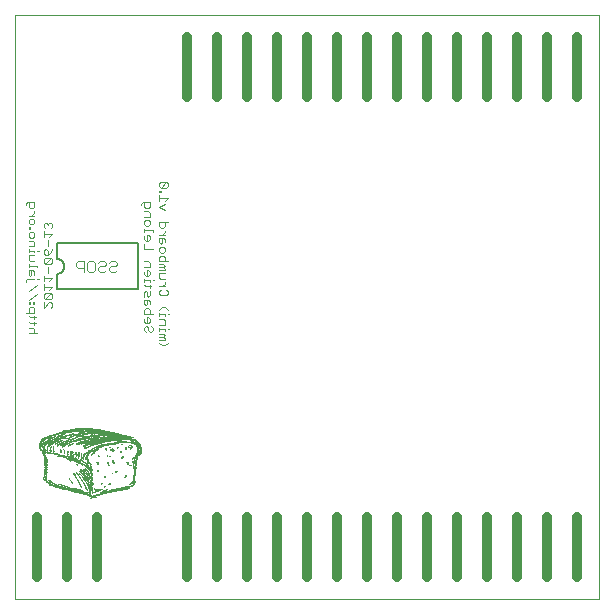
<source format=gbo>
G75*
G70*
%OFA0B0*%
%FSLAX24Y24*%
%IPPOS*%
%LPD*%
%AMOC8*
5,1,8,0,0,1.08239X$1,22.5*
%
%ADD10C,0.0000*%
%ADD11C,0.0320*%
%ADD12C,0.0030*%
%ADD13R,0.0030X0.0010*%
%ADD14R,0.0020X0.0010*%
%ADD15R,0.0050X0.0010*%
%ADD16R,0.0170X0.0010*%
%ADD17R,0.0160X0.0010*%
%ADD18R,0.0100X0.0010*%
%ADD19R,0.0090X0.0010*%
%ADD20R,0.0120X0.0010*%
%ADD21R,0.0040X0.0010*%
%ADD22R,0.0140X0.0010*%
%ADD23R,0.0080X0.0010*%
%ADD24R,0.0110X0.0010*%
%ADD25R,0.0150X0.0010*%
%ADD26R,0.0070X0.0010*%
%ADD27R,0.0010X0.0010*%
%ADD28R,0.0180X0.0010*%
%ADD29R,0.0130X0.0010*%
%ADD30R,0.0190X0.0010*%
%ADD31R,0.0210X0.0010*%
%ADD32R,0.0240X0.0010*%
%ADD33R,0.0360X0.0010*%
%ADD34R,0.0220X0.0010*%
%ADD35R,0.0260X0.0010*%
%ADD36R,0.0200X0.0010*%
%ADD37R,0.0280X0.0010*%
%ADD38R,0.0060X0.0010*%
%ADD39R,0.0250X0.0010*%
%ADD40R,0.0270X0.0010*%
%ADD41R,0.0300X0.0010*%
%ADD42R,0.0560X0.0010*%
%ADD43R,0.0290X0.0010*%
%ADD44R,0.0520X0.0010*%
%ADD45R,0.0340X0.0010*%
%ADD46R,0.0230X0.0010*%
%ADD47R,0.0310X0.0010*%
%ADD48R,0.0320X0.0010*%
%ADD49R,0.0350X0.0010*%
%ADD50R,0.0670X0.0010*%
%ADD51R,0.0420X0.0010*%
%ADD52R,0.0640X0.0010*%
%ADD53R,0.0630X0.0010*%
%ADD54R,0.0950X0.0010*%
%ADD55R,0.0810X0.0010*%
%ADD56R,0.0650X0.0010*%
%ADD57R,0.0460X0.0010*%
%ADD58R,0.0780X0.0010*%
%ADD59R,0.1250X0.0010*%
%ADD60R,0.1080X0.0010*%
%ADD61R,0.0820X0.0010*%
%ADD62R,0.0540X0.0010*%
%ADD63R,0.0490X0.0010*%
%ADD64R,0.0390X0.0010*%
%ADD65R,0.1180X0.0010*%
%ADD66R,0.0440X0.0010*%
%ADD67R,0.0570X0.0010*%
%ADD68R,0.0610X0.0010*%
%ADD69R,0.0740X0.0010*%
%ADD70R,0.0940X0.0010*%
%ADD71R,0.0430X0.0010*%
%ADD72R,0.0600X0.0010*%
%ADD73R,0.0330X0.0010*%
%ADD74R,0.0710X0.0010*%
%ADD75R,0.0380X0.0010*%
%ADD76R,0.0450X0.0010*%
%ADD77R,0.0830X0.0010*%
%ADD78R,0.1060X0.0010*%
%ADD79R,0.1090X0.0010*%
%ADD80R,0.1000X0.0010*%
%ADD81R,0.0470X0.0010*%
%ADD82R,0.0700X0.0010*%
%ADD83R,0.0750X0.0010*%
%ADD84C,0.0080*%
D10*
X000645Y000806D02*
X000645Y020301D01*
X020130Y020291D01*
X020130Y000806D01*
X000645Y000806D01*
D11*
X001395Y001556D02*
X001395Y003556D01*
X002395Y003556D02*
X002395Y001556D01*
X003395Y001556D02*
X003395Y003556D01*
X006395Y003556D02*
X006395Y001556D01*
X007395Y001556D02*
X007395Y003556D01*
X008395Y003556D02*
X008395Y001556D01*
X009395Y001556D02*
X009395Y003556D01*
X010395Y003556D02*
X010395Y001556D01*
X011395Y001556D02*
X011395Y003556D01*
X012395Y003556D02*
X012395Y001556D01*
X013395Y001556D02*
X013395Y003556D01*
X014395Y003556D02*
X014395Y001556D01*
X015395Y001556D02*
X015395Y003556D01*
X016395Y003556D02*
X016395Y001556D01*
X017395Y001556D02*
X017395Y003556D01*
X018395Y003556D02*
X018395Y001556D01*
X019395Y001556D02*
X019395Y003556D01*
X019395Y017556D02*
X019395Y019556D01*
X018395Y019556D02*
X018395Y017556D01*
X017395Y017556D02*
X017395Y019556D01*
X016395Y019556D02*
X016395Y017556D01*
X015395Y017556D02*
X015395Y019556D01*
X014395Y019556D02*
X014395Y017556D01*
X013395Y017556D02*
X013395Y019556D01*
X012395Y019556D02*
X012395Y017556D01*
X011395Y017556D02*
X011395Y019556D01*
X010395Y019556D02*
X010395Y017556D01*
X009395Y017556D02*
X009395Y019556D01*
X008395Y019556D02*
X008395Y017556D01*
X007395Y017556D02*
X007395Y019556D01*
X006395Y019556D02*
X006395Y017556D01*
D12*
X005702Y014719D02*
X005508Y014719D01*
X005460Y014671D01*
X005460Y014574D01*
X005508Y014526D01*
X005702Y014719D01*
X005750Y014671D01*
X005750Y014574D01*
X005702Y014526D01*
X005508Y014526D01*
X005508Y014427D02*
X005460Y014427D01*
X005460Y014378D01*
X005508Y014378D01*
X005508Y014427D01*
X005460Y014277D02*
X005460Y014084D01*
X005460Y014180D02*
X005750Y014180D01*
X005654Y014084D01*
X005654Y013983D02*
X005460Y013886D01*
X005654Y013789D01*
X005654Y013393D02*
X005654Y013248D01*
X005605Y013200D01*
X005508Y013200D01*
X005460Y013248D01*
X005460Y013393D01*
X005750Y013393D01*
X005654Y013099D02*
X005654Y013051D01*
X005557Y012954D01*
X005460Y012954D02*
X005654Y012954D01*
X005605Y012853D02*
X005460Y012853D01*
X005460Y012708D01*
X005508Y012660D01*
X005557Y012708D01*
X005557Y012853D01*
X005605Y012853D02*
X005654Y012805D01*
X005654Y012708D01*
X005605Y012558D02*
X005654Y012510D01*
X005654Y012413D01*
X005605Y012365D01*
X005508Y012365D01*
X005460Y012413D01*
X005460Y012510D01*
X005508Y012558D01*
X005605Y012558D01*
X005605Y012264D02*
X005654Y012215D01*
X005654Y012070D01*
X005750Y012070D02*
X005460Y012070D01*
X005460Y012215D01*
X005508Y012264D01*
X005605Y012264D01*
X005605Y011969D02*
X005460Y011969D01*
X005460Y011872D02*
X005605Y011872D01*
X005654Y011921D01*
X005605Y011969D01*
X005605Y011872D02*
X005654Y011824D01*
X005654Y011776D01*
X005460Y011776D01*
X005460Y011675D02*
X005654Y011675D01*
X005654Y011481D02*
X005508Y011481D01*
X005460Y011529D01*
X005460Y011675D01*
X005299Y011439D02*
X005250Y011439D01*
X005154Y011439D02*
X004960Y011439D01*
X004960Y011391D02*
X004960Y011488D01*
X005008Y011587D02*
X005105Y011587D01*
X005154Y011636D01*
X005154Y011732D01*
X005105Y011781D01*
X005057Y011781D01*
X005057Y011587D01*
X005008Y011587D02*
X004960Y011636D01*
X004960Y011732D01*
X004960Y011882D02*
X005154Y011882D01*
X005154Y012027D01*
X005105Y012075D01*
X004960Y012075D01*
X004960Y012471D02*
X004960Y012665D01*
X005008Y012766D02*
X005105Y012766D01*
X005154Y012814D01*
X005154Y012911D01*
X005105Y012959D01*
X005057Y012959D01*
X005057Y012766D01*
X005008Y012766D02*
X004960Y012814D01*
X004960Y012911D01*
X004960Y013061D02*
X004960Y013157D01*
X004960Y013109D02*
X005250Y013109D01*
X005250Y013061D01*
X005105Y013257D02*
X005008Y013257D01*
X004960Y013305D01*
X004960Y013402D01*
X005008Y013450D01*
X005105Y013450D01*
X005154Y013402D01*
X005154Y013305D01*
X005105Y013257D01*
X005154Y013552D02*
X004960Y013552D01*
X004960Y013745D02*
X005105Y013745D01*
X005154Y013697D01*
X005154Y013552D01*
X005105Y013846D02*
X005008Y013846D01*
X004960Y013895D01*
X004960Y014040D01*
X004912Y014040D02*
X005154Y014040D01*
X005154Y013895D01*
X005105Y013846D01*
X004912Y014040D02*
X004863Y013991D01*
X004863Y013943D01*
X004960Y012471D02*
X005250Y012471D01*
X005154Y011439D02*
X005154Y011391D01*
X005154Y011291D02*
X005154Y011195D01*
X005202Y011243D02*
X005008Y011243D01*
X004960Y011291D01*
X005008Y011093D02*
X005057Y011045D01*
X005057Y010948D01*
X005105Y010900D01*
X005154Y010948D01*
X005154Y011093D01*
X005008Y011093D02*
X004960Y011045D01*
X004960Y010900D01*
X004960Y010799D02*
X004960Y010654D01*
X005008Y010605D01*
X005057Y010654D01*
X005057Y010799D01*
X005105Y010799D02*
X004960Y010799D01*
X005105Y010799D02*
X005154Y010750D01*
X005154Y010654D01*
X005105Y010504D02*
X005008Y010504D01*
X004960Y010456D01*
X004960Y010311D01*
X005250Y010311D01*
X005154Y010311D02*
X005154Y010456D01*
X005105Y010504D01*
X005105Y010209D02*
X005057Y010209D01*
X005057Y010016D01*
X005105Y010016D02*
X005008Y010016D01*
X004960Y010064D01*
X004960Y010161D01*
X005105Y010209D02*
X005154Y010161D01*
X005154Y010064D01*
X005105Y010016D01*
X005057Y009915D02*
X005008Y009915D01*
X004960Y009866D01*
X004960Y009770D01*
X005008Y009721D01*
X005105Y009770D02*
X005105Y009866D01*
X005057Y009915D01*
X005202Y009915D02*
X005250Y009866D01*
X005250Y009770D01*
X005202Y009721D01*
X005154Y009721D01*
X005105Y009770D01*
X005460Y009762D02*
X005460Y009859D01*
X005460Y009811D02*
X005654Y009811D01*
X005654Y009762D01*
X005750Y009811D02*
X005799Y009811D01*
X005654Y009959D02*
X005654Y010104D01*
X005605Y010152D01*
X005460Y010152D01*
X005460Y010253D02*
X005460Y010350D01*
X005460Y010302D02*
X005654Y010302D01*
X005654Y010253D01*
X005750Y010302D02*
X005799Y010302D01*
X005750Y010450D02*
X005654Y010547D01*
X005557Y010547D01*
X005460Y010450D01*
X005460Y009959D02*
X005654Y009959D01*
X005605Y009661D02*
X005460Y009661D01*
X005460Y009564D02*
X005605Y009564D01*
X005654Y009613D01*
X005605Y009661D01*
X005605Y009564D02*
X005654Y009516D01*
X005654Y009468D01*
X005460Y009468D01*
X005460Y009368D02*
X005557Y009271D01*
X005654Y009271D01*
X005750Y009368D01*
X005702Y010941D02*
X005508Y010941D01*
X005460Y010989D01*
X005460Y011086D01*
X005508Y011134D01*
X005460Y011236D02*
X005654Y011236D01*
X005654Y011332D02*
X005654Y011381D01*
X005654Y011332D02*
X005557Y011236D01*
X005702Y011134D02*
X005750Y011086D01*
X005750Y010989D01*
X005702Y010941D01*
X004053Y011783D02*
X003992Y011721D01*
X003868Y011721D01*
X003806Y011783D01*
X003806Y011845D01*
X003868Y011906D01*
X003992Y011906D01*
X004053Y011968D01*
X004053Y012030D01*
X003992Y012092D01*
X003868Y012092D01*
X003806Y012030D01*
X003685Y012030D02*
X003685Y011968D01*
X003623Y011906D01*
X003500Y011906D01*
X003438Y011845D01*
X003438Y011783D01*
X003500Y011721D01*
X003623Y011721D01*
X003685Y011783D01*
X003685Y012030D02*
X003623Y012092D01*
X003500Y012092D01*
X003438Y012030D01*
X003317Y012030D02*
X003317Y011783D01*
X003255Y011721D01*
X003131Y011721D01*
X003070Y011783D01*
X003070Y012030D01*
X003131Y012092D01*
X003255Y012092D01*
X003317Y012030D01*
X002948Y012092D02*
X002948Y011721D01*
X002948Y011845D02*
X002763Y011845D01*
X002701Y011906D01*
X002701Y012030D01*
X002763Y012092D01*
X002948Y012092D01*
X001900Y012140D02*
X001852Y012188D01*
X001658Y011995D01*
X001610Y012043D01*
X001610Y012140D01*
X001658Y012188D01*
X001852Y012188D01*
X001900Y012140D02*
X001900Y012043D01*
X001852Y011995D01*
X001658Y011995D01*
X001755Y011893D02*
X001755Y011700D01*
X001610Y011599D02*
X001610Y011405D01*
X001610Y011502D02*
X001900Y011502D01*
X001804Y011405D01*
X001610Y011304D02*
X001610Y011111D01*
X001610Y011207D02*
X001900Y011207D01*
X001804Y011111D01*
X001852Y011009D02*
X001658Y011009D01*
X001610Y010961D01*
X001610Y010864D01*
X001658Y010816D01*
X001852Y011009D01*
X001900Y010961D01*
X001900Y010864D01*
X001852Y010816D01*
X001658Y010816D01*
X001610Y010715D02*
X001610Y010521D01*
X001804Y010715D01*
X001852Y010715D01*
X001900Y010666D01*
X001900Y010570D01*
X001852Y010521D01*
X001304Y010504D02*
X001255Y010552D01*
X001158Y010552D01*
X001110Y010504D01*
X001110Y010359D01*
X001013Y010359D02*
X001304Y010359D01*
X001304Y010504D01*
X001304Y010653D02*
X001255Y010653D01*
X001255Y010702D01*
X001304Y010702D01*
X001304Y010653D01*
X001158Y010653D02*
X001110Y010653D01*
X001110Y010702D01*
X001158Y010702D01*
X001158Y010653D01*
X001110Y010801D02*
X001400Y010994D01*
X001400Y011289D02*
X001110Y011095D01*
X001013Y011390D02*
X001013Y011438D01*
X001062Y011487D01*
X001304Y011487D01*
X001400Y011487D02*
X001449Y011487D01*
X001304Y011635D02*
X001304Y011732D01*
X001255Y011780D01*
X001110Y011780D01*
X001110Y011635D01*
X001158Y011586D01*
X001207Y011635D01*
X001207Y011780D01*
X001110Y011881D02*
X001110Y011978D01*
X001110Y011929D02*
X001400Y011929D01*
X001400Y011881D01*
X001304Y012078D02*
X001158Y012078D01*
X001110Y012126D01*
X001110Y012271D01*
X001304Y012271D01*
X001304Y012372D02*
X001304Y012421D01*
X001110Y012421D01*
X001110Y012469D02*
X001110Y012372D01*
X001110Y012569D02*
X001304Y012569D01*
X001304Y012714D01*
X001255Y012762D01*
X001110Y012762D01*
X001158Y012863D02*
X001110Y012912D01*
X001110Y013008D01*
X001158Y013057D01*
X001255Y013057D01*
X001304Y013008D01*
X001304Y012912D01*
X001255Y012863D01*
X001158Y012863D01*
X001158Y013158D02*
X001158Y013206D01*
X001110Y013206D01*
X001110Y013158D01*
X001158Y013158D01*
X001158Y013305D02*
X001110Y013354D01*
X001110Y013450D01*
X001158Y013499D01*
X001255Y013499D01*
X001304Y013450D01*
X001304Y013354D01*
X001255Y013305D01*
X001158Y013305D01*
X001110Y013600D02*
X001304Y013600D01*
X001304Y013697D02*
X001304Y013745D01*
X001304Y013697D02*
X001207Y013600D01*
X001255Y013845D02*
X001158Y013845D01*
X001110Y013894D01*
X001110Y014039D01*
X001062Y014039D02*
X001304Y014039D01*
X001304Y013894D01*
X001255Y013845D01*
X001062Y014039D02*
X001013Y013990D01*
X001013Y013942D01*
X001610Y013318D02*
X001610Y013221D01*
X001658Y013173D01*
X001610Y013072D02*
X001610Y012878D01*
X001610Y012975D02*
X001900Y012975D01*
X001804Y012878D01*
X001755Y012777D02*
X001755Y012584D01*
X001707Y012483D02*
X001755Y012434D01*
X001755Y012289D01*
X001658Y012289D01*
X001610Y012338D01*
X001610Y012434D01*
X001658Y012483D01*
X001707Y012483D01*
X001852Y012386D02*
X001755Y012289D01*
X001852Y012386D02*
X001900Y012483D01*
X001449Y012421D02*
X001400Y012421D01*
X001852Y013173D02*
X001900Y013221D01*
X001900Y013318D01*
X001852Y013367D01*
X001804Y013367D01*
X001755Y013318D01*
X001707Y013367D01*
X001658Y013367D01*
X001610Y013318D01*
X001755Y013318D02*
X001755Y013270D01*
X001304Y010259D02*
X001304Y010162D01*
X001352Y010211D02*
X001158Y010211D01*
X001110Y010259D01*
X001110Y010063D02*
X001158Y010014D01*
X001352Y010014D01*
X001304Y009966D02*
X001304Y010063D01*
X001255Y009865D02*
X001110Y009865D01*
X001255Y009865D02*
X001304Y009816D01*
X001304Y009720D01*
X001255Y009671D01*
X001400Y009671D02*
X001110Y009671D01*
D13*
X001585Y006046D03*
X001575Y006036D03*
X001565Y006026D03*
X001545Y005986D03*
X001545Y005976D03*
X001575Y005916D03*
X001545Y005906D03*
X001495Y005826D03*
X001615Y005786D03*
X001615Y005776D03*
X001625Y005766D03*
X001625Y005756D03*
X001635Y005746D03*
X001635Y005736D03*
X001645Y005726D03*
X001645Y005716D03*
X001655Y005706D03*
X001655Y005696D03*
X001665Y005666D03*
X001695Y005706D03*
X001695Y005716D03*
X001685Y005726D03*
X001675Y005746D03*
X001665Y005766D03*
X001655Y005786D03*
X001755Y005786D03*
X001755Y005776D03*
X001755Y005766D03*
X001765Y005746D03*
X001755Y005796D03*
X001755Y005806D03*
X001755Y005826D03*
X001765Y005846D03*
X001765Y005856D03*
X001795Y005926D03*
X001825Y005966D03*
X001835Y005976D03*
X001845Y005986D03*
X001865Y005836D03*
X001865Y005826D03*
X001855Y005806D03*
X001855Y005796D03*
X001855Y005786D03*
X001855Y005776D03*
X001855Y005766D03*
X001855Y005756D03*
X001845Y005716D03*
X001845Y005706D03*
X001765Y005686D03*
X001725Y005496D03*
X001725Y005486D03*
X001725Y005476D03*
X001715Y005356D03*
X001715Y005336D03*
X001715Y005326D03*
X001715Y005316D03*
X001715Y005306D03*
X001715Y005296D03*
X001665Y005186D03*
X001665Y005176D03*
X001665Y005126D03*
X001665Y005116D03*
X001715Y005106D03*
X001715Y005096D03*
X001715Y005076D03*
X001715Y005066D03*
X001715Y005056D03*
X001715Y005046D03*
X001715Y005036D03*
X001715Y005016D03*
X001715Y005006D03*
X001715Y004996D03*
X001715Y004986D03*
X001715Y004976D03*
X001715Y004966D03*
X001715Y004956D03*
X001715Y004946D03*
X001715Y004936D03*
X001715Y004926D03*
X001715Y004916D03*
X001715Y004906D03*
X001715Y004896D03*
X001655Y004896D03*
X001655Y004906D03*
X001655Y004916D03*
X001655Y004926D03*
X001645Y004866D03*
X001645Y004856D03*
X001635Y004836D03*
X001635Y004826D03*
X001625Y004816D03*
X001625Y004806D03*
X001625Y004796D03*
X002485Y004806D03*
X002495Y004796D03*
X002495Y004786D03*
X002505Y004776D03*
X002515Y004766D03*
X002525Y004756D03*
X002535Y004746D03*
X002535Y004736D03*
X002545Y004726D03*
X002555Y004716D03*
X002555Y004706D03*
X002565Y004696D03*
X002575Y004676D03*
X002585Y004656D03*
X002685Y004486D03*
X002865Y004576D03*
X002875Y004556D03*
X002885Y004536D03*
X002855Y004596D03*
X002845Y004616D03*
X002835Y004636D03*
X002825Y004656D03*
X002815Y004666D03*
X002815Y004676D03*
X002805Y004686D03*
X002805Y004696D03*
X002795Y004706D03*
X002795Y004716D03*
X002785Y004726D03*
X002785Y004736D03*
X002775Y004746D03*
X002765Y004766D03*
X002755Y004776D03*
X002755Y004786D03*
X002745Y004796D03*
X002735Y004816D03*
X002725Y004836D03*
X002715Y004846D03*
X002705Y004866D03*
X002695Y004886D03*
X002685Y004896D03*
X002665Y004926D03*
X002655Y004936D03*
X002725Y004996D03*
X002735Y004986D03*
X002745Y004976D03*
X002755Y004966D03*
X002815Y004886D03*
X002885Y004916D03*
X002935Y004956D03*
X002945Y004946D03*
X002955Y004936D03*
X002995Y004946D03*
X003005Y004936D03*
X003015Y004926D03*
X003025Y004916D03*
X002995Y004876D03*
X003005Y004866D03*
X003035Y004826D03*
X003065Y004856D03*
X003075Y004846D03*
X003055Y004876D03*
X003095Y004896D03*
X003105Y004876D03*
X003115Y004856D03*
X003155Y004876D03*
X003135Y004916D03*
X003115Y004946D03*
X003105Y004956D03*
X003085Y004926D03*
X003085Y004916D03*
X003075Y004936D03*
X003065Y004946D03*
X003055Y004956D03*
X003075Y004996D03*
X003065Y005006D03*
X003055Y005016D03*
X003045Y005026D03*
X003035Y005036D03*
X003025Y005046D03*
X003015Y005056D03*
X003005Y005066D03*
X002975Y005086D03*
X002945Y005056D03*
X002955Y005046D03*
X002945Y005016D03*
X002975Y004976D03*
X002985Y004966D03*
X003005Y005006D03*
X002995Y005016D03*
X002925Y004966D03*
X002865Y005016D03*
X002855Y005026D03*
X002845Y005036D03*
X002835Y005046D03*
X002895Y005056D03*
X002905Y005046D03*
X002865Y005116D03*
X002905Y005276D03*
X002835Y005336D03*
X002845Y005366D03*
X002835Y005376D03*
X002825Y005426D03*
X002775Y005376D03*
X002745Y005396D03*
X002785Y005316D03*
X002745Y005276D03*
X002745Y005266D03*
X002755Y005256D03*
X002755Y005246D03*
X002895Y005456D03*
X002895Y005466D03*
X002895Y005476D03*
X002885Y005496D03*
X002885Y005506D03*
X002885Y005516D03*
X002885Y005526D03*
X002885Y005536D03*
X002885Y005546D03*
X002885Y005556D03*
X002885Y005566D03*
X002885Y005576D03*
X002885Y005586D03*
X002885Y005596D03*
X002885Y005606D03*
X002885Y005616D03*
X002945Y005536D03*
X002945Y005486D03*
X002955Y005456D03*
X003015Y005486D03*
X003015Y005496D03*
X003025Y005516D03*
X003065Y005456D03*
X003075Y005426D03*
X003095Y005376D03*
X003095Y005256D03*
X003105Y005236D03*
X003115Y005226D03*
X003125Y005216D03*
X003135Y005206D03*
X003105Y005156D03*
X003045Y005116D03*
X003075Y005086D03*
X003085Y005076D03*
X003095Y005066D03*
X003105Y005056D03*
X003115Y005046D03*
X003125Y005036D03*
X003125Y005026D03*
X003135Y005016D03*
X003145Y004996D03*
X003155Y004946D03*
X003245Y004866D03*
X003245Y004846D03*
X003235Y004816D03*
X003195Y004816D03*
X003195Y004826D03*
X003125Y004776D03*
X003125Y004756D03*
X003125Y004746D03*
X003135Y004726D03*
X003095Y004726D03*
X003095Y004716D03*
X003085Y004746D03*
X003065Y004776D03*
X003015Y004746D03*
X003005Y004756D03*
X002995Y004776D03*
X002955Y004826D03*
X002945Y004836D03*
X002935Y004856D03*
X002865Y004816D03*
X002875Y004796D03*
X002885Y004786D03*
X002895Y004766D03*
X002905Y004756D03*
X002915Y004736D03*
X002925Y004726D03*
X002925Y004716D03*
X002935Y004706D03*
X002945Y004696D03*
X002945Y004686D03*
X002965Y004656D03*
X002975Y004636D03*
X002995Y004606D03*
X003005Y004586D03*
X003015Y004566D03*
X003025Y004546D03*
X003035Y004526D03*
X003045Y004506D03*
X003055Y004486D03*
X003065Y004476D03*
X003125Y004536D03*
X003115Y004556D03*
X003115Y004566D03*
X003105Y004586D03*
X003095Y004606D03*
X003085Y004616D03*
X003085Y004626D03*
X003075Y004636D03*
X003065Y004656D03*
X003065Y004666D03*
X003055Y004676D03*
X003045Y004696D03*
X003035Y004706D03*
X003115Y004686D03*
X003115Y004676D03*
X003125Y004656D03*
X003245Y004606D03*
X003245Y004596D03*
X003235Y004586D03*
X003235Y004576D03*
X003235Y004566D03*
X003245Y004506D03*
X003255Y004476D03*
X003255Y004466D03*
X003265Y004446D03*
X003265Y004436D03*
X003265Y004426D03*
X003265Y004416D03*
X003265Y004406D03*
X003265Y004396D03*
X003265Y004386D03*
X003265Y004376D03*
X003265Y004366D03*
X003255Y004326D03*
X003225Y004186D03*
X003215Y004176D03*
X003215Y004166D03*
X003205Y004146D03*
X003065Y004326D03*
X002905Y004346D03*
X003255Y004646D03*
X003265Y004676D03*
X003265Y004686D03*
X003555Y004626D03*
X003555Y004616D03*
X003665Y004566D03*
X003665Y004556D03*
X003665Y004536D03*
X003805Y004606D03*
X003825Y004646D03*
X003655Y004896D03*
X003935Y004986D03*
X004355Y004926D03*
X004415Y005276D03*
X004415Y005286D03*
X004605Y005366D03*
X004605Y005376D03*
X004645Y005386D03*
X004655Y005416D03*
X004655Y005426D03*
X004665Y005446D03*
X004665Y005456D03*
X004665Y005466D03*
X004675Y005486D03*
X004675Y005496D03*
X004715Y005496D03*
X004715Y005486D03*
X004715Y005506D03*
X004715Y005436D03*
X004715Y005426D03*
X004715Y005416D03*
X004605Y005486D03*
X004585Y005466D03*
X004585Y005456D03*
X004575Y005446D03*
X004625Y005306D03*
X004625Y005296D03*
X004625Y005286D03*
X004625Y005276D03*
X004625Y005266D03*
X004625Y005256D03*
X004625Y005246D03*
X004625Y005236D03*
X004635Y005176D03*
X004635Y005156D03*
X004685Y005206D03*
X004685Y005216D03*
X004685Y005226D03*
X004775Y005586D03*
X004715Y005636D03*
X004715Y005646D03*
X004725Y005656D03*
X004735Y005666D03*
X004755Y005726D03*
X004565Y005886D03*
X004555Y005896D03*
X004465Y005876D03*
X004345Y005856D03*
X004225Y005946D03*
X004235Y005966D03*
X004085Y005826D03*
X003945Y005766D03*
X003865Y005756D03*
X003845Y005846D03*
X003845Y005856D03*
X003695Y005816D03*
X003455Y005876D03*
X003285Y005676D03*
X003255Y005636D03*
X003245Y005626D03*
X003245Y005616D03*
X003235Y005606D03*
X003225Y005596D03*
X003225Y005586D03*
X003215Y005576D03*
X003405Y005346D03*
X003195Y005276D03*
X003185Y005236D03*
X002795Y005496D03*
X002795Y005506D03*
X002795Y005516D03*
X002795Y005526D03*
X002795Y005536D03*
X002715Y005546D03*
X002715Y005556D03*
X002715Y005566D03*
X002715Y005586D03*
X002715Y005596D03*
X002705Y005616D03*
X002705Y005626D03*
X002705Y005636D03*
X002785Y005686D03*
X002705Y005526D03*
X002705Y005516D03*
X002705Y005506D03*
X002645Y005496D03*
X002625Y005506D03*
X002605Y005546D03*
X002605Y005556D03*
X002605Y005566D03*
X002605Y005576D03*
X002555Y005546D03*
X002525Y005576D03*
X002525Y005586D03*
X002525Y005606D03*
X002525Y005616D03*
X002605Y005636D03*
X002605Y005646D03*
X002605Y005656D03*
X002605Y005666D03*
X002595Y005696D03*
X002415Y005696D03*
X002415Y005706D03*
X002415Y005666D03*
X002415Y005656D03*
X002415Y005646D03*
X002415Y005636D03*
X002415Y005606D03*
X002315Y005646D03*
X002315Y005656D03*
X002315Y005666D03*
X002315Y005676D03*
X002315Y005686D03*
X002315Y005696D03*
X002315Y005706D03*
X002315Y005716D03*
X002315Y005726D03*
X002265Y005876D03*
X002205Y005916D03*
X002085Y005916D03*
X002075Y005906D03*
X002085Y006006D03*
X002075Y006056D03*
X002105Y006066D03*
X002135Y006036D03*
X002245Y006096D03*
X002455Y005896D03*
X002465Y005906D03*
X002235Y005546D03*
X002175Y005546D03*
X002095Y005556D03*
X001965Y005696D03*
X001965Y005766D03*
X001965Y005776D03*
X001955Y005786D03*
X001955Y005796D03*
X001955Y005806D03*
X001955Y005816D03*
X001955Y005826D03*
X001955Y005836D03*
X001955Y005846D03*
X001955Y005856D03*
X001955Y005866D03*
X001955Y005876D03*
X001695Y005956D03*
X001675Y005946D03*
X002905Y005966D03*
X002975Y005856D03*
X002985Y005806D03*
X003765Y005576D03*
X003765Y005566D03*
X003825Y005536D03*
X004245Y005546D03*
X004625Y004656D03*
X004625Y004636D03*
X004625Y004626D03*
X004495Y004616D03*
X004475Y004506D03*
D14*
X004360Y004566D03*
X004630Y004646D03*
X004640Y005356D03*
X004640Y005366D03*
X004640Y005376D03*
X004650Y005396D03*
X004650Y005406D03*
X004660Y005436D03*
X004670Y005476D03*
X004680Y005506D03*
X004600Y005396D03*
X004600Y005386D03*
X004610Y005356D03*
X004750Y005696D03*
X004750Y005706D03*
X004580Y005866D03*
X004580Y005876D03*
X004470Y005866D03*
X004470Y005856D03*
X004470Y005886D03*
X004470Y005896D03*
X004200Y005716D03*
X004080Y005816D03*
X004100Y005866D03*
X003920Y005806D03*
X003910Y005706D03*
X003840Y005866D03*
X003990Y006106D03*
X004010Y006246D03*
X003860Y006246D03*
X003670Y006206D03*
X003640Y006226D03*
X003550Y006286D03*
X003520Y006356D03*
X003220Y006266D03*
X003160Y006326D03*
X003180Y006426D03*
X002970Y006406D03*
X003100Y005996D03*
X002950Y005896D03*
X003000Y005636D03*
X002950Y005566D03*
X002950Y005556D03*
X002950Y005546D03*
X002950Y005526D03*
X002940Y005516D03*
X002940Y005506D03*
X002940Y005496D03*
X002950Y005476D03*
X002950Y005466D03*
X002960Y005446D03*
X003010Y005456D03*
X003010Y005466D03*
X003010Y005476D03*
X003020Y005506D03*
X003060Y005446D03*
X003070Y005436D03*
X003100Y005306D03*
X003190Y005256D03*
X003190Y005246D03*
X003050Y005106D03*
X003060Y005096D03*
X003030Y005126D03*
X003020Y005136D03*
X002880Y005076D03*
X002880Y005066D03*
X002880Y005006D03*
X002890Y004996D03*
X002900Y004986D03*
X002910Y004976D03*
X002880Y004926D03*
X002890Y004906D03*
X002910Y004886D03*
X002920Y004876D03*
X002930Y004866D03*
X002940Y004846D03*
X002990Y004886D03*
X002980Y004896D03*
X002980Y004906D03*
X002970Y004916D03*
X002960Y004926D03*
X002990Y004956D03*
X003030Y004906D03*
X003040Y004896D03*
X003050Y004886D03*
X003060Y004866D03*
X003080Y004836D03*
X003090Y004826D03*
X003090Y004816D03*
X003120Y004816D03*
X003120Y004826D03*
X003120Y004836D03*
X003120Y004846D03*
X003110Y004866D03*
X003100Y004886D03*
X003090Y004906D03*
X003140Y004906D03*
X003150Y004896D03*
X003150Y004886D03*
X003160Y004866D03*
X003240Y004876D03*
X003240Y004886D03*
X003240Y004896D03*
X003240Y004826D03*
X003120Y004766D03*
X003130Y004736D03*
X003140Y004716D03*
X003140Y004706D03*
X003100Y004706D03*
X003090Y004736D03*
X003080Y004756D03*
X003070Y004766D03*
X003060Y004786D03*
X003050Y004806D03*
X003040Y004816D03*
X003030Y004836D03*
X003020Y004846D03*
X003010Y004856D03*
X003000Y004766D03*
X003020Y004736D03*
X003030Y004726D03*
X003030Y004716D03*
X003050Y004686D03*
X003070Y004646D03*
X003120Y004666D03*
X003130Y004646D03*
X003130Y004636D03*
X003130Y004626D03*
X003100Y004596D03*
X003120Y004546D03*
X003040Y004516D03*
X003050Y004496D03*
X003070Y004466D03*
X003070Y004456D03*
X003080Y004436D03*
X003080Y004356D03*
X003080Y004316D03*
X003250Y004316D03*
X003260Y004456D03*
X003250Y004486D03*
X003250Y004496D03*
X003310Y004476D03*
X003570Y004466D03*
X003660Y004526D03*
X003560Y004606D03*
X003550Y004646D03*
X003160Y004956D03*
X003150Y004966D03*
X003150Y004976D03*
X003150Y004986D03*
X003140Y005006D03*
X002850Y004956D03*
X002840Y004966D03*
X002790Y004926D03*
X002790Y004916D03*
X002800Y004906D03*
X002810Y004896D03*
X002820Y004876D03*
X002830Y004866D03*
X002840Y004856D03*
X002840Y004846D03*
X002850Y004836D03*
X002860Y004826D03*
X002870Y004806D03*
X002890Y004776D03*
X002910Y004746D03*
X002950Y004676D03*
X002960Y004666D03*
X002970Y004646D03*
X002980Y004626D03*
X002990Y004616D03*
X003000Y004596D03*
X003010Y004576D03*
X003020Y004556D03*
X003030Y004536D03*
X002900Y004516D03*
X002890Y004526D03*
X002880Y004546D03*
X002870Y004566D03*
X002860Y004586D03*
X002850Y004606D03*
X002840Y004626D03*
X002830Y004646D03*
X002770Y004756D03*
X002740Y004806D03*
X002730Y004826D03*
X002710Y004856D03*
X002700Y004876D03*
X002680Y004906D03*
X002670Y004916D03*
X002760Y004956D03*
X002770Y004946D03*
X002780Y004936D03*
X002760Y005236D03*
X002740Y005286D03*
X002790Y005306D03*
X002910Y005266D03*
X002860Y005446D03*
X002850Y005456D03*
X002790Y005486D03*
X002700Y005496D03*
X002710Y005536D03*
X002700Y005686D03*
X002890Y005626D03*
X003200Y005696D03*
X003450Y005866D03*
X003470Y005576D03*
X003470Y005536D03*
X003770Y005586D03*
X003960Y005316D03*
X004220Y005476D03*
X003930Y004976D03*
X003420Y005276D03*
X002540Y005396D03*
X002420Y005596D03*
X002310Y005636D03*
X002310Y005736D03*
X002310Y005746D03*
X002310Y005756D03*
X002310Y005766D03*
X002200Y005766D03*
X002190Y005686D03*
X002260Y005866D03*
X002460Y005886D03*
X002420Y005726D03*
X002550Y006056D03*
X002360Y006176D03*
X002030Y005966D03*
X001880Y005866D03*
X001870Y005856D03*
X001870Y005846D03*
X001860Y005816D03*
X001760Y005836D03*
X001750Y005816D03*
X001770Y005866D03*
X001760Y005756D03*
X001770Y005736D03*
X001770Y005726D03*
X001850Y005696D03*
X001960Y005686D03*
X001960Y005726D03*
X001960Y005736D03*
X001960Y005746D03*
X001960Y005756D03*
X001650Y005836D03*
X001650Y005846D03*
X001650Y005856D03*
X001650Y005866D03*
X001640Y005936D03*
X001640Y005946D03*
X001670Y005936D03*
X001640Y006016D03*
X001640Y006026D03*
X001560Y005936D03*
X001570Y005926D03*
X001580Y005906D03*
X001720Y005516D03*
X001720Y005506D03*
X002020Y006216D03*
X001640Y004846D03*
X001790Y004766D03*
X002570Y004686D03*
X002580Y004666D03*
X002590Y004646D03*
X003210Y004156D03*
D15*
X003165Y004266D03*
X003165Y004286D03*
X003165Y004386D03*
X003165Y004396D03*
X003165Y004406D03*
X003175Y004416D03*
X003265Y004336D03*
X003385Y004416D03*
X003545Y004366D03*
X003575Y004376D03*
X003595Y004386D03*
X003605Y004396D03*
X003635Y004406D03*
X003685Y004426D03*
X003735Y004446D03*
X003565Y004456D03*
X003815Y004616D03*
X003825Y004636D03*
X003655Y004866D03*
X003795Y005256D03*
X003765Y005336D03*
X003955Y005326D03*
X004235Y005496D03*
X004235Y005506D03*
X004245Y005516D03*
X004245Y005526D03*
X004245Y005536D03*
X004195Y005686D03*
X004195Y005696D03*
X004195Y005706D03*
X004095Y005846D03*
X003945Y005756D03*
X003705Y006096D03*
X003375Y006316D03*
X003225Y006276D03*
X003185Y005996D03*
X003125Y005976D03*
X003105Y005966D03*
X003085Y005956D03*
X003005Y005896D03*
X003055Y005846D03*
X003075Y005856D03*
X002995Y005816D03*
X002985Y005626D03*
X003065Y005506D03*
X003065Y005496D03*
X003075Y005466D03*
X003105Y005366D03*
X003045Y005296D03*
X003065Y005276D03*
X002985Y005346D03*
X002975Y005356D03*
X002815Y005396D03*
X002735Y005356D03*
X002715Y005366D03*
X002675Y005386D03*
X002695Y005426D03*
X002715Y005446D03*
X002735Y005436D03*
X002685Y005466D03*
X002675Y005476D03*
X002665Y005486D03*
X002655Y005446D03*
X002605Y005466D03*
X002575Y005476D03*
X002555Y005486D03*
X002545Y005446D03*
X002475Y005426D03*
X002595Y005526D03*
X002515Y005686D03*
X002415Y005626D03*
X002295Y005906D03*
X002285Y005966D03*
X002305Y005976D03*
X002325Y005986D03*
X002345Y005996D03*
X002385Y006016D03*
X002405Y006026D03*
X002425Y006036D03*
X002445Y006046D03*
X002475Y006006D03*
X002495Y005936D03*
X002595Y005986D03*
X002525Y006076D03*
X002435Y006096D03*
X002405Y006136D03*
X002315Y006176D03*
X002255Y006196D03*
X002155Y006166D03*
X002135Y006156D03*
X002115Y006146D03*
X002095Y006136D03*
X002075Y006186D03*
X002055Y006176D03*
X001975Y006136D03*
X001935Y006116D03*
X001905Y006096D03*
X001885Y006086D03*
X001925Y006046D03*
X001945Y006056D03*
X001955Y006066D03*
X001995Y006046D03*
X002005Y006056D03*
X002025Y006066D03*
X002055Y006046D03*
X001995Y006086D03*
X001895Y006026D03*
X001925Y005986D03*
X001815Y006046D03*
X001775Y006016D03*
X001745Y005996D03*
X001655Y005996D03*
X001655Y006006D03*
X001625Y005966D03*
X001575Y005946D03*
X001515Y006026D03*
X001525Y006036D03*
X001525Y006046D03*
X001535Y006056D03*
X001625Y006086D03*
X001635Y006096D03*
X001775Y006096D03*
X001785Y006106D03*
X001795Y006116D03*
X001825Y006136D03*
X001845Y006146D03*
X002095Y005926D03*
X002105Y005936D03*
X002125Y005946D03*
X002145Y005956D03*
X002155Y005966D03*
X002215Y005996D03*
X002235Y005936D03*
X002185Y006066D03*
X002205Y006076D03*
X001845Y005746D03*
X001605Y005666D03*
X001525Y005766D03*
X001515Y005786D03*
X001485Y005886D03*
X001475Y005896D03*
X001475Y005956D03*
X001655Y005416D03*
X001655Y005406D03*
X001655Y005396D03*
X001655Y005386D03*
X001655Y005376D03*
X001715Y005386D03*
X001715Y005396D03*
X001715Y005406D03*
X001715Y005416D03*
X001665Y005016D03*
X001695Y004806D03*
X001695Y004796D03*
X001845Y004716D03*
X001855Y004706D03*
X001885Y004686D03*
X001895Y004676D03*
X001915Y004666D03*
X001955Y004646D03*
X002355Y004556D03*
X002625Y004446D03*
X002755Y004436D03*
X002775Y004426D03*
X002845Y004426D03*
X002945Y004356D03*
X002965Y004346D03*
X003185Y004596D03*
X003185Y004606D03*
X003185Y004616D03*
X003195Y004636D03*
X003195Y004646D03*
X003195Y004656D03*
X003195Y004666D03*
X003195Y004676D03*
X003195Y004686D03*
X003195Y004706D03*
X003205Y004726D03*
X003205Y004736D03*
X003205Y004746D03*
X003115Y004796D03*
X003195Y005206D03*
X003415Y005306D03*
X003415Y005316D03*
X003415Y005326D03*
X003295Y005686D03*
X003305Y005696D03*
X003315Y005706D03*
X003325Y005716D03*
X003335Y005726D03*
X003345Y005736D03*
X003355Y005746D03*
X003375Y005756D03*
X003385Y005766D03*
X003315Y005766D03*
X003275Y005746D03*
X003245Y005726D03*
X003215Y005776D03*
X003195Y005766D03*
X003355Y005856D03*
X002785Y005676D03*
X002785Y005656D03*
X002785Y005646D03*
X002785Y005636D03*
X002715Y006406D03*
X004215Y006126D03*
X004505Y006166D03*
X004515Y005926D03*
X004515Y005806D03*
X004685Y005946D03*
X004695Y005936D03*
X004715Y005916D03*
X004735Y005886D03*
X004745Y005866D03*
X004765Y005816D03*
X004765Y005806D03*
X004785Y005666D03*
X004765Y005636D03*
X004795Y005606D03*
X004805Y005616D03*
X004815Y005626D03*
X004845Y005656D03*
X004845Y005666D03*
X004855Y005676D03*
X004855Y005686D03*
X004695Y005346D03*
X004695Y005336D03*
X004695Y005326D03*
X004695Y005316D03*
X004695Y005306D03*
X004625Y005336D03*
X004625Y005346D03*
X004625Y005226D03*
X004625Y005216D03*
X004625Y005206D03*
X004525Y005236D03*
X004515Y005256D03*
X004415Y005316D03*
X004355Y004916D03*
X004355Y004906D03*
X004355Y004896D03*
X004345Y004876D03*
X004315Y004846D03*
X004515Y004636D03*
X004505Y004626D03*
X004535Y004646D03*
X004545Y004656D03*
X004555Y004666D03*
X004565Y004676D03*
X004575Y004686D03*
X004635Y004676D03*
X004615Y004606D03*
X004045Y005036D03*
X003335Y004186D03*
D16*
X003275Y004196D03*
X003235Y004216D03*
X003455Y004276D03*
X003625Y004326D03*
X003755Y004356D03*
X003805Y004366D03*
X002795Y004346D03*
X002575Y004486D03*
X001985Y005636D03*
X002155Y006326D03*
X002255Y006356D03*
X002705Y006086D03*
D17*
X002950Y006126D03*
X003070Y005936D03*
X002850Y006366D03*
X002500Y006366D03*
X002500Y006266D03*
X002180Y006336D03*
X002120Y006316D03*
X002080Y006306D03*
X002030Y005626D03*
X002310Y005566D03*
X001860Y004606D03*
X003250Y004206D03*
X003420Y004266D03*
X003480Y004286D03*
X003720Y004346D03*
X003590Y005936D03*
X003280Y006426D03*
D18*
X002980Y006286D03*
X002950Y006276D03*
X002840Y006236D03*
X002760Y006206D03*
X002740Y006196D03*
X002690Y006256D03*
X002760Y006116D03*
X002790Y006126D03*
X002830Y006136D03*
X002830Y006026D03*
X002960Y006066D03*
X003220Y005966D03*
X003250Y005926D03*
X003270Y005936D03*
X003300Y005946D03*
X003410Y005806D03*
X003440Y005826D03*
X003460Y005836D03*
X003600Y005896D03*
X003640Y005906D03*
X003680Y005916D03*
X003470Y006046D03*
X003190Y005746D03*
X003170Y005736D03*
X003160Y005726D03*
X003150Y005716D03*
X003130Y005326D03*
X003180Y005196D03*
X003190Y005076D03*
X002890Y005406D03*
X002570Y006046D03*
X002180Y006256D03*
X002000Y006036D03*
X001840Y005946D03*
X001830Y005936D03*
X001810Y006216D03*
X001850Y006226D03*
X002110Y005606D03*
X002210Y005586D03*
X001680Y004876D03*
X001680Y004776D03*
X001700Y004746D03*
X001750Y004696D03*
X001780Y004676D03*
X001830Y004636D03*
X002810Y004406D03*
X002940Y004366D03*
X003170Y004496D03*
X003170Y004506D03*
X003200Y004536D03*
X003310Y004226D03*
X003340Y004236D03*
X003650Y004366D03*
X003700Y004376D03*
X003850Y004416D03*
X004430Y004486D03*
X004620Y004716D03*
X004680Y005526D03*
X004720Y005566D03*
X004830Y005706D03*
X004850Y005826D03*
X004850Y005836D03*
X004840Y005846D03*
X004840Y005856D03*
X004830Y005876D03*
X004800Y005916D03*
X004790Y005936D03*
X004760Y005996D03*
X004670Y005976D03*
X004580Y006036D03*
X003910Y005736D03*
D19*
X003915Y005726D03*
X003905Y005786D03*
X003705Y005786D03*
X003575Y005886D03*
X003545Y005876D03*
X003515Y005866D03*
X003495Y005856D03*
X003475Y005846D03*
X003425Y005816D03*
X003185Y005956D03*
X003175Y006116D03*
X003125Y006106D03*
X003075Y006096D03*
X002895Y006046D03*
X002745Y005956D03*
X002685Y006176D03*
X002705Y006186D03*
X002635Y006156D03*
X002615Y006146D03*
X002435Y006156D03*
X002315Y006216D03*
X002265Y006286D03*
X002375Y006336D03*
X001985Y006026D03*
X001875Y006166D03*
X001685Y006136D03*
X001535Y006016D03*
X001525Y006006D03*
X001495Y005916D03*
X001635Y005636D03*
X001635Y005626D03*
X001635Y005616D03*
X001645Y005576D03*
X001645Y005566D03*
X001655Y005526D03*
X001655Y005516D03*
X001685Y005256D03*
X001685Y005246D03*
X001685Y005156D03*
X001685Y004886D03*
X001685Y004766D03*
X001695Y004756D03*
X001705Y004736D03*
X001715Y004726D03*
X001725Y004716D03*
X001735Y004706D03*
X001785Y004666D03*
X001805Y004646D03*
X001845Y004626D03*
X002205Y004606D03*
X002925Y004376D03*
X003135Y004336D03*
X003115Y004246D03*
X003175Y004226D03*
X003295Y004356D03*
X003415Y004406D03*
X003175Y004486D03*
X003195Y004546D03*
X003195Y004556D03*
X003195Y005046D03*
X003195Y005056D03*
X003195Y005066D03*
X003195Y005176D03*
X003185Y005186D03*
X003125Y005336D03*
X003055Y005536D03*
X002905Y005306D03*
X002915Y005296D03*
X002865Y006246D03*
X002885Y006256D03*
X002915Y006266D03*
X004085Y006126D03*
X004435Y006156D03*
X004655Y006076D03*
X004765Y005986D03*
X004775Y005976D03*
X004805Y005906D03*
X004815Y005896D03*
X004815Y005886D03*
X004855Y005816D03*
X004855Y005806D03*
X004855Y005796D03*
X004855Y005786D03*
X004855Y005776D03*
X004855Y005766D03*
X004855Y005756D03*
X004775Y005686D03*
X004765Y005676D03*
X004715Y005556D03*
X004695Y005546D03*
X004685Y005536D03*
X004655Y005146D03*
X004635Y004786D03*
X004635Y004776D03*
X004635Y004766D03*
X004625Y004756D03*
X004625Y004746D03*
X004625Y004736D03*
X004585Y004586D03*
X004565Y004576D03*
X003885Y004426D03*
X003815Y004406D03*
X003775Y004396D03*
X003735Y004386D03*
D20*
X003370Y004246D03*
X003150Y004236D03*
X003020Y004286D03*
X002730Y004456D03*
X002070Y004526D03*
X001680Y005446D03*
X001680Y005456D03*
X001680Y005466D03*
X002160Y005596D03*
X002340Y005556D03*
X002370Y005546D03*
X002530Y005506D03*
X002070Y006106D03*
X001930Y006256D03*
X001900Y006246D03*
X001870Y006236D03*
X002450Y006256D03*
X002450Y006356D03*
X002950Y006166D03*
X003230Y006126D03*
X003330Y005956D03*
X003480Y005906D03*
X003120Y005696D03*
X003180Y005106D03*
X003910Y005746D03*
X003640Y006396D03*
X004590Y005996D03*
X004640Y005986D03*
X004740Y006006D03*
X004770Y005956D03*
X004390Y004476D03*
D21*
X004620Y004616D03*
X004630Y004666D03*
X004350Y004886D03*
X004630Y005166D03*
X004630Y005186D03*
X004630Y005196D03*
X004680Y005196D03*
X004680Y005186D03*
X004680Y005176D03*
X004680Y005166D03*
X004680Y005156D03*
X004690Y005236D03*
X004690Y005246D03*
X004690Y005256D03*
X004690Y005266D03*
X004690Y005276D03*
X004690Y005286D03*
X004690Y005296D03*
X004620Y005316D03*
X004620Y005326D03*
X004600Y005476D03*
X004620Y005496D03*
X004620Y005506D03*
X004720Y005476D03*
X004720Y005466D03*
X004720Y005456D03*
X004720Y005446D03*
X004790Y005596D03*
X004770Y005646D03*
X004780Y005656D03*
X004860Y005696D03*
X004540Y005906D03*
X004680Y005956D03*
X004710Y005926D03*
X004630Y006026D03*
X004360Y005836D03*
X004350Y005846D03*
X004360Y005786D03*
X004230Y005956D03*
X004250Y006006D03*
X004100Y005856D03*
X004090Y005836D03*
X003920Y005796D03*
X003940Y005976D03*
X003820Y005566D03*
X003920Y005406D03*
X003920Y005386D03*
X003940Y005346D03*
X003800Y005266D03*
X003790Y005246D03*
X003760Y005326D03*
X003770Y005346D03*
X003770Y005356D03*
X003470Y005546D03*
X003470Y005556D03*
X003470Y005566D03*
X003280Y005666D03*
X003270Y005656D03*
X003260Y005646D03*
X003230Y005716D03*
X003260Y005736D03*
X003290Y005756D03*
X003050Y005676D03*
X003040Y005666D03*
X003020Y005656D03*
X003010Y005646D03*
X002980Y005616D03*
X002970Y005606D03*
X002970Y005596D03*
X002970Y005586D03*
X002960Y005576D03*
X002890Y005486D03*
X002870Y005426D03*
X002830Y005386D03*
X002810Y005356D03*
X002820Y005346D03*
X002850Y005326D03*
X002870Y005316D03*
X002900Y005286D03*
X002960Y005286D03*
X002970Y005276D03*
X002990Y005266D03*
X003000Y005256D03*
X003020Y005246D03*
X003030Y005236D03*
X003040Y005226D03*
X003050Y005216D03*
X003060Y005206D03*
X003070Y005196D03*
X003080Y005186D03*
X003090Y005176D03*
X003100Y005166D03*
X003110Y005146D03*
X003120Y005136D03*
X003130Y005126D03*
X003130Y005116D03*
X003190Y005216D03*
X003190Y005226D03*
X003190Y005286D03*
X003180Y005296D03*
X003100Y005246D03*
X003080Y005266D03*
X003050Y005286D03*
X003030Y005306D03*
X003020Y005316D03*
X003010Y005326D03*
X003000Y005336D03*
X003090Y005386D03*
X003090Y005396D03*
X003080Y005406D03*
X003080Y005416D03*
X003070Y005476D03*
X003070Y005486D03*
X003070Y005516D03*
X002980Y005866D03*
X002990Y005876D03*
X003000Y005886D03*
X002960Y005906D03*
X003150Y005986D03*
X003280Y006026D03*
X003250Y006136D03*
X002970Y006366D03*
X002680Y006376D03*
X002240Y006236D03*
X002180Y006176D03*
X002140Y006236D03*
X002170Y006056D03*
X002150Y006046D03*
X002120Y006026D03*
X002100Y006016D03*
X002070Y005996D03*
X002050Y005986D03*
X002040Y005976D03*
X001980Y006076D03*
X002010Y006096D03*
X001910Y006036D03*
X001880Y006016D03*
X001870Y006006D03*
X001860Y005996D03*
X001840Y005926D03*
X001790Y006026D03*
X001760Y006006D03*
X001730Y005986D03*
X001720Y005976D03*
X001700Y005966D03*
X001680Y006016D03*
X001690Y006026D03*
X001700Y006036D03*
X001710Y006046D03*
X001720Y006056D03*
X001730Y006066D03*
X001750Y006076D03*
X001760Y006086D03*
X001810Y006126D03*
X001610Y006076D03*
X001600Y006066D03*
X001590Y006056D03*
X001550Y005996D03*
X001540Y005966D03*
X001540Y005956D03*
X001500Y005996D03*
X001490Y005876D03*
X001490Y005866D03*
X001490Y005856D03*
X001490Y005846D03*
X001490Y005836D03*
X001500Y005816D03*
X001500Y005806D03*
X001510Y005796D03*
X001520Y005776D03*
X001530Y005756D03*
X001540Y005746D03*
X001660Y005776D03*
X001670Y005756D03*
X001680Y005736D03*
X001660Y005686D03*
X001660Y005676D03*
X001670Y005656D03*
X001720Y005686D03*
X001840Y005736D03*
X001850Y005726D03*
X001960Y005716D03*
X001960Y005706D03*
X002200Y005706D03*
X002200Y005696D03*
X002200Y005716D03*
X002200Y005726D03*
X002200Y005736D03*
X002200Y005746D03*
X002200Y005756D03*
X002270Y005886D03*
X002280Y005896D03*
X002210Y005926D03*
X002230Y006006D03*
X002370Y006006D03*
X002470Y005916D03*
X002480Y005926D03*
X002520Y005716D03*
X002520Y005706D03*
X002520Y005696D03*
X002520Y005676D03*
X002520Y005666D03*
X002520Y005656D03*
X002520Y005646D03*
X002520Y005636D03*
X002520Y005626D03*
X002520Y005596D03*
X002520Y005566D03*
X002530Y005556D03*
X002600Y005586D03*
X002600Y005596D03*
X002610Y005606D03*
X002610Y005616D03*
X002610Y005626D03*
X002600Y005676D03*
X002600Y005686D03*
X002700Y005676D03*
X002700Y005666D03*
X002700Y005656D03*
X002700Y005646D03*
X002710Y005606D03*
X002710Y005576D03*
X002790Y005576D03*
X002790Y005586D03*
X002790Y005596D03*
X002790Y005606D03*
X002790Y005616D03*
X002790Y005626D03*
X002780Y005666D03*
X002800Y005566D03*
X002800Y005556D03*
X002800Y005546D03*
X002760Y005426D03*
X002780Y005416D03*
X002790Y005406D03*
X002760Y005386D03*
X002790Y005366D03*
X002780Y005326D03*
X002760Y005336D03*
X002750Y005346D03*
X002730Y005406D03*
X002710Y005416D03*
X002700Y005456D03*
X002670Y005436D03*
X002630Y005456D03*
X002530Y005406D03*
X002500Y005416D03*
X002420Y005446D03*
X002410Y005616D03*
X002410Y005676D03*
X002410Y005686D03*
X002420Y005716D03*
X001720Y005376D03*
X001720Y005366D03*
X001710Y005346D03*
X001660Y005346D03*
X001660Y005336D03*
X001660Y005326D03*
X001660Y005316D03*
X001660Y005306D03*
X001660Y005296D03*
X001660Y005286D03*
X001660Y005276D03*
X001660Y005266D03*
X001710Y005266D03*
X001710Y005276D03*
X001710Y005286D03*
X001660Y005356D03*
X001660Y005366D03*
X001710Y005186D03*
X001710Y005176D03*
X001710Y005126D03*
X001710Y005116D03*
X001670Y005106D03*
X001670Y005096D03*
X001670Y005076D03*
X001670Y005066D03*
X001670Y005056D03*
X001660Y005046D03*
X001660Y005036D03*
X001660Y005026D03*
X001660Y005006D03*
X001660Y004996D03*
X001660Y004986D03*
X001660Y004976D03*
X001660Y004966D03*
X001660Y004956D03*
X001660Y004946D03*
X001660Y004936D03*
X001710Y005026D03*
X001690Y004836D03*
X001690Y004826D03*
X001690Y004816D03*
X001800Y004756D03*
X001810Y004746D03*
X001820Y004736D03*
X001830Y004726D03*
X001870Y004696D03*
X002630Y004966D03*
X002630Y004976D03*
X002640Y004956D03*
X002650Y004946D03*
X002910Y005086D03*
X002920Y005076D03*
X002940Y005066D03*
X002960Y005096D03*
X002950Y005106D03*
X002990Y005076D03*
X002950Y005006D03*
X002960Y004996D03*
X002970Y004986D03*
X003020Y004996D03*
X003030Y004986D03*
X003040Y004976D03*
X003050Y004966D03*
X003080Y004986D03*
X003090Y004976D03*
X003100Y004966D03*
X003130Y004926D03*
X003200Y004896D03*
X003200Y004886D03*
X003200Y004876D03*
X003200Y004866D03*
X003200Y004846D03*
X003110Y004806D03*
X003120Y004786D03*
X003060Y004796D03*
X002980Y004786D03*
X002970Y004796D03*
X002970Y004806D03*
X002960Y004816D03*
X003200Y004716D03*
X003200Y004696D03*
X003260Y004666D03*
X003260Y004656D03*
X003250Y004636D03*
X003250Y004626D03*
X003250Y004616D03*
X003190Y004626D03*
X003110Y004576D03*
X003160Y004376D03*
X003160Y004366D03*
X003160Y004356D03*
X003160Y004276D03*
X003190Y004246D03*
X003050Y004336D03*
X003030Y004346D03*
X003020Y004316D03*
X003000Y004326D03*
X002980Y004336D03*
X003000Y004356D03*
X002910Y004396D03*
X002890Y004406D03*
X002870Y004416D03*
X002820Y004416D03*
X002820Y004436D03*
X003440Y005066D03*
X003440Y005076D03*
X003440Y005086D03*
X003440Y005096D03*
X003420Y005286D03*
X003420Y005296D03*
X003410Y005336D03*
X003660Y004886D03*
X003660Y004876D03*
X003650Y004856D03*
X003650Y004846D03*
X003550Y004636D03*
X003670Y004546D03*
X003660Y004416D03*
X003530Y004356D03*
X004040Y005006D03*
X004040Y005046D03*
X004420Y005296D03*
X004420Y005306D03*
X004410Y005326D03*
X004410Y005336D03*
X004410Y005346D03*
X004230Y005486D03*
X001650Y005916D03*
X001650Y005926D03*
X001630Y005976D03*
X001640Y005986D03*
D22*
X001950Y006266D03*
X002670Y006076D03*
X002890Y006116D03*
X002920Y005976D03*
X003040Y005926D03*
X003040Y006296D03*
X003350Y006416D03*
X003600Y006406D03*
X003880Y005956D03*
X004530Y005846D03*
X004820Y005736D03*
X003680Y004336D03*
X003560Y004306D03*
X003400Y004256D03*
X003130Y004256D03*
X002990Y004296D03*
X003180Y004526D03*
X002210Y004526D03*
D23*
X002230Y004596D03*
X001790Y004656D03*
X001690Y005086D03*
X001690Y005136D03*
X001690Y005146D03*
X001690Y005166D03*
X001690Y005196D03*
X001690Y005206D03*
X001690Y005216D03*
X001690Y005226D03*
X001690Y005236D03*
X001660Y005476D03*
X001660Y005486D03*
X001660Y005496D03*
X001660Y005506D03*
X001650Y005536D03*
X001650Y005546D03*
X001650Y005556D03*
X001640Y005586D03*
X001640Y005596D03*
X001640Y005606D03*
X001630Y005796D03*
X001630Y005806D03*
X001620Y005826D03*
X001860Y006156D03*
X001950Y006196D03*
X002110Y006226D03*
X002160Y006246D03*
X002220Y006266D03*
X002240Y006276D03*
X002290Y006296D03*
X002320Y006316D03*
X002340Y006326D03*
X002370Y006236D03*
X002350Y006226D03*
X002410Y006246D03*
X002420Y006146D03*
X002500Y006186D03*
X002520Y006196D03*
X002540Y006206D03*
X002560Y006216D03*
X002590Y006226D03*
X002620Y006236D03*
X002590Y006306D03*
X002660Y006166D03*
X002590Y006136D03*
X002620Y006056D03*
X002810Y006016D03*
X002860Y006036D03*
X002930Y006056D03*
X003000Y006076D03*
X003040Y006086D03*
X003140Y005886D03*
X003170Y005896D03*
X003200Y005906D03*
X003220Y005916D03*
X003200Y005756D03*
X003080Y005596D03*
X003070Y005576D03*
X003070Y005566D03*
X003060Y005556D03*
X003060Y005546D03*
X003050Y005526D03*
X002910Y005396D03*
X002860Y005416D03*
X003120Y005346D03*
X003200Y005166D03*
X003200Y005156D03*
X003200Y005146D03*
X003200Y005136D03*
X003200Y005126D03*
X003200Y005116D03*
X003200Y005036D03*
X002940Y005036D03*
X002870Y005096D03*
X002390Y005496D03*
X002110Y005566D03*
X002180Y006136D03*
X002200Y006146D03*
X002280Y006206D03*
X002810Y006356D03*
X003100Y006326D03*
X003440Y006036D03*
X003540Y006066D03*
X003610Y006076D03*
X003700Y005796D03*
X003880Y005766D03*
X004660Y005136D03*
X004660Y005126D03*
X004660Y005116D03*
X004660Y005106D03*
X004660Y005096D03*
X004660Y005086D03*
X004660Y005076D03*
X004650Y005006D03*
X004650Y004996D03*
X004640Y004796D03*
X004320Y004866D03*
X004450Y004496D03*
X003620Y004356D03*
X003550Y004446D03*
X003410Y004396D03*
X003380Y004386D03*
X003390Y004446D03*
X003350Y004456D03*
X003280Y004346D03*
X003150Y004326D03*
X003080Y004266D03*
X003170Y004476D03*
X004730Y005616D03*
X004740Y005626D03*
X004680Y006066D03*
D24*
X004625Y006086D03*
X004495Y006136D03*
X004785Y005946D03*
X004795Y005926D03*
X004835Y005866D03*
X004835Y005726D03*
X004725Y005576D03*
X004675Y005516D03*
X004625Y004726D03*
X004615Y004706D03*
X004615Y004696D03*
X004535Y004566D03*
X004355Y004466D03*
X003935Y004436D03*
X003125Y004346D03*
X003045Y004276D03*
X002895Y004386D03*
X003205Y004856D03*
X003185Y005086D03*
X003185Y005096D03*
X003135Y005316D03*
X003365Y005776D03*
X003375Y005786D03*
X003395Y005796D03*
X003435Y005886D03*
X003455Y005896D03*
X003715Y005926D03*
X003765Y005936D03*
X003905Y005776D03*
X003345Y006256D03*
X003035Y006186D03*
X002995Y006176D03*
X002875Y006146D03*
X002815Y006226D03*
X002785Y006216D03*
X002755Y006276D03*
X002715Y006266D03*
X002655Y006246D03*
X002555Y006126D03*
X002535Y006116D03*
X002645Y006066D03*
X002745Y005966D03*
X003015Y005916D03*
X002415Y006346D03*
X002255Y006156D03*
X001855Y005956D03*
X001755Y005676D03*
X001635Y005646D03*
X001685Y005436D03*
X001685Y005426D03*
X002245Y005576D03*
X001665Y004786D03*
X001765Y004686D03*
X002155Y004616D03*
X002285Y004506D03*
X002325Y004496D03*
D25*
X002145Y004506D03*
X001965Y004576D03*
X001935Y004586D03*
X002665Y004476D03*
X003515Y004296D03*
X003595Y004316D03*
X004295Y004456D03*
X004465Y004546D03*
X004815Y005716D03*
X004815Y005746D03*
X003395Y006406D03*
X003295Y006456D03*
X003105Y005946D03*
X003155Y005706D03*
X002475Y005526D03*
X001855Y005656D03*
X001805Y005666D03*
X001775Y006206D03*
X002015Y006286D03*
X002055Y006296D03*
X002305Y006166D03*
D26*
X002215Y006186D03*
X002215Y006226D03*
X002165Y006216D03*
X002105Y006196D03*
X002075Y006096D03*
X001965Y006016D03*
X001955Y006006D03*
X001855Y006066D03*
X001845Y006056D03*
X001805Y005916D03*
X001795Y005906D03*
X001615Y005956D03*
X001495Y005946D03*
X001495Y005936D03*
X001495Y005926D03*
X001625Y005816D03*
X001565Y005736D03*
X001575Y005726D03*
X001565Y006106D03*
X001585Y006126D03*
X001595Y006136D03*
X001665Y006126D03*
X001995Y006206D03*
X002185Y005986D03*
X002255Y005946D03*
X002305Y005916D03*
X002315Y005926D03*
X002445Y005996D03*
X002515Y006096D03*
X002475Y006176D03*
X002455Y006166D03*
X002545Y006296D03*
X002305Y006306D03*
X002575Y005976D03*
X002915Y006196D03*
X003095Y005866D03*
X003115Y005876D03*
X003275Y005816D03*
X003295Y005826D03*
X003115Y005666D03*
X003105Y005646D03*
X003095Y005636D03*
X003085Y005616D03*
X003075Y005586D03*
X003115Y005356D03*
X002925Y005386D03*
X002605Y005416D03*
X002525Y005496D03*
X002585Y005536D03*
X002445Y005436D03*
X002415Y005486D03*
X002345Y005506D03*
X002315Y005516D03*
X002255Y005536D03*
X002155Y005556D03*
X002955Y005026D03*
X003205Y005026D03*
X003205Y005016D03*
X003205Y005006D03*
X003205Y004996D03*
X003205Y004986D03*
X003215Y004956D03*
X003215Y004946D03*
X003215Y004936D03*
X003215Y004926D03*
X003215Y004916D03*
X003215Y004906D03*
X003215Y004836D03*
X003215Y004806D03*
X003215Y004796D03*
X003215Y004786D03*
X003175Y004586D03*
X003175Y004576D03*
X003175Y004566D03*
X003175Y004466D03*
X003175Y004456D03*
X003155Y004316D03*
X003165Y004306D03*
X003165Y004296D03*
X003335Y004366D03*
X003365Y004376D03*
X003455Y004416D03*
X003715Y004436D03*
X004315Y004856D03*
X004635Y004856D03*
X004635Y004846D03*
X004635Y004836D03*
X004635Y004826D03*
X004635Y004816D03*
X004635Y004806D03*
X004635Y004866D03*
X004645Y004926D03*
X004645Y004936D03*
X004645Y004946D03*
X004645Y004956D03*
X004645Y004966D03*
X004645Y004976D03*
X004645Y004986D03*
X004655Y005016D03*
X004655Y005026D03*
X004655Y005036D03*
X004655Y005046D03*
X004655Y005056D03*
X004655Y005066D03*
X004595Y004596D03*
X004705Y005586D03*
X004715Y005596D03*
X004725Y005606D03*
X004565Y005856D03*
X004355Y005816D03*
X004355Y005806D03*
X004335Y006156D03*
X004465Y006146D03*
X004695Y006056D03*
X004735Y006026D03*
X003705Y005776D03*
X003695Y005806D03*
X003515Y006056D03*
X002605Y004456D03*
X002395Y004536D03*
X002325Y004566D03*
X002295Y004576D03*
X002265Y004586D03*
X002125Y004626D03*
X002105Y004576D03*
X002085Y004586D03*
D27*
X002475Y004816D03*
X002595Y004636D03*
X002775Y004416D03*
X003035Y004476D03*
X003075Y004446D03*
X003085Y004426D03*
X003145Y004596D03*
X003145Y004606D03*
X003135Y004616D03*
X003145Y004686D03*
X003165Y004846D03*
X002865Y004936D03*
X002855Y004946D03*
X002825Y004976D03*
X002715Y005006D03*
X002625Y004986D03*
X002855Y005086D03*
X002905Y005316D03*
X003015Y005436D03*
X003015Y005446D03*
X003095Y005456D03*
X002975Y005566D03*
X002885Y005636D03*
X002735Y005296D03*
X002595Y005706D03*
X002525Y005726D03*
X002305Y005776D03*
X002205Y005776D03*
X002075Y005896D03*
X001955Y005886D03*
X001875Y005876D03*
X001765Y005876D03*
X001645Y005876D03*
X001645Y005886D03*
X001645Y005906D03*
X001635Y006036D03*
X001585Y005746D03*
X001695Y005696D03*
X002105Y006076D03*
X002495Y006246D03*
X002565Y006236D03*
X002595Y006286D03*
X002705Y006416D03*
X002775Y006316D03*
X002955Y006146D03*
X003215Y006146D03*
X003235Y006146D03*
X003225Y006176D03*
X003315Y006296D03*
X003475Y006416D03*
X003565Y006396D03*
X003835Y006216D03*
X003895Y006226D03*
X003985Y006166D03*
X004125Y006116D03*
X004155Y006116D03*
X004195Y006046D03*
X004395Y006236D03*
X004595Y006016D03*
X004715Y006076D03*
X004715Y006086D03*
X004495Y005906D03*
X004515Y005796D03*
X004195Y005676D03*
X003885Y005796D03*
X003845Y005836D03*
X003715Y005766D03*
X003845Y006056D03*
X003645Y006086D03*
X003015Y006416D03*
X003015Y006426D03*
X003185Y005266D03*
X003645Y004836D03*
X003805Y005276D03*
X004405Y005356D03*
X004505Y005266D03*
X004575Y005436D03*
X004315Y004836D03*
X003245Y004306D03*
D28*
X003440Y004426D03*
X003850Y004376D03*
X003900Y004386D03*
X004290Y004506D03*
X004420Y004536D03*
X004540Y006006D03*
X003810Y005976D03*
X003110Y006146D03*
X003020Y006136D03*
X002750Y006096D03*
X002550Y006276D03*
X001880Y004596D03*
X002770Y004356D03*
X002840Y004336D03*
X002960Y004306D03*
D29*
X002905Y004316D03*
X002865Y004326D03*
X002755Y004446D03*
X003185Y004516D03*
X003975Y004446D03*
X004505Y004556D03*
X004535Y005836D03*
X004725Y006016D03*
X003945Y005966D03*
X003805Y005946D03*
X003545Y005926D03*
X003505Y005916D03*
X003355Y005966D03*
X003075Y006196D03*
X002925Y006156D03*
X002755Y005976D03*
X002505Y006106D03*
X002115Y006126D03*
X002085Y006116D03*
X001985Y006276D03*
X001915Y005646D03*
X002065Y005616D03*
X002415Y005536D03*
X003105Y005686D03*
X003195Y006486D03*
X003555Y006416D03*
X003675Y006386D03*
X002175Y004496D03*
X001855Y004616D03*
D30*
X002735Y004366D03*
X003635Y005946D03*
X003755Y005966D03*
X003345Y006446D03*
X002845Y006406D03*
X002555Y006376D03*
X002295Y006366D03*
X002215Y006346D03*
X001685Y006156D03*
X001665Y006146D03*
X004595Y006096D03*
X004735Y005966D03*
D31*
X003815Y006076D03*
X003645Y006046D03*
X003685Y005956D03*
X003225Y006156D03*
X003095Y006216D03*
X001775Y006196D03*
X001705Y006166D03*
X002695Y004376D03*
X003965Y004396D03*
X004385Y004526D03*
D32*
X004120Y004426D03*
X002680Y004386D03*
X002660Y004466D03*
X002360Y004466D03*
X002080Y004546D03*
X002060Y004556D03*
X003160Y006046D03*
X003910Y005986D03*
X002370Y006386D03*
D33*
X002700Y004396D03*
D34*
X002400Y004456D03*
X003450Y004436D03*
X004020Y004406D03*
X004240Y004496D03*
X003740Y006066D03*
X002790Y006106D03*
D35*
X002740Y006286D03*
X003040Y006206D03*
X003070Y006026D03*
X003020Y006016D03*
X003210Y006056D03*
X003980Y005996D03*
X004200Y004486D03*
X002620Y004406D03*
X002290Y004486D03*
X002120Y004536D03*
D36*
X002440Y004446D03*
X002470Y004436D03*
X002530Y005516D03*
X002330Y006376D03*
X002820Y006486D03*
X003310Y006246D03*
X003480Y006426D03*
X003600Y006036D03*
X004340Y004516D03*
X004070Y004416D03*
D37*
X002580Y004416D03*
X002550Y004426D03*
X002170Y004516D03*
X002970Y006006D03*
D38*
X003020Y005906D03*
X003030Y005836D03*
X003010Y005826D03*
X003120Y005676D03*
X003110Y005656D03*
X003090Y005626D03*
X003080Y005606D03*
X003230Y005786D03*
X003240Y005796D03*
X003260Y005806D03*
X003310Y005836D03*
X003330Y005846D03*
X003370Y005866D03*
X003390Y005876D03*
X003240Y006016D03*
X003210Y006006D03*
X003310Y006136D03*
X003380Y006136D03*
X002790Y006006D03*
X002550Y006036D03*
X002530Y006026D03*
X002500Y006016D03*
X002470Y006056D03*
X002500Y006066D03*
X002520Y006086D03*
X002410Y006086D03*
X002380Y006076D03*
X002350Y006066D03*
X002330Y006056D03*
X002310Y006046D03*
X002290Y006036D03*
X002270Y006026D03*
X002260Y006016D03*
X002270Y005956D03*
X002330Y005936D03*
X002350Y005946D03*
X002370Y005956D03*
X002390Y005966D03*
X002410Y005976D03*
X002430Y005986D03*
X002510Y005946D03*
X002530Y005956D03*
X002550Y005966D03*
X002520Y006286D03*
X002600Y006316D03*
X002230Y006086D03*
X002170Y005976D03*
X002060Y006086D03*
X002040Y006076D03*
X002010Y006156D03*
X001990Y006146D03*
X001950Y006126D03*
X001920Y006106D03*
X001870Y006076D03*
X001800Y006036D03*
X001890Y005966D03*
X001910Y005976D03*
X001940Y005996D03*
X001780Y005896D03*
X001770Y005886D03*
X001600Y005846D03*
X001600Y005836D03*
X001590Y005856D03*
X001590Y005866D03*
X001580Y005876D03*
X001570Y005886D03*
X001570Y005896D03*
X001480Y005906D03*
X001480Y005966D03*
X001480Y005976D03*
X001490Y005986D03*
X001540Y006066D03*
X001550Y006076D03*
X001550Y006086D03*
X001560Y006096D03*
X001580Y006116D03*
X001650Y006106D03*
X001660Y006116D03*
X001580Y005716D03*
X001590Y005706D03*
X001590Y005696D03*
X001600Y005686D03*
X001600Y005676D03*
X001610Y005656D03*
X002030Y006166D03*
X002090Y006216D03*
X002130Y006206D03*
X002280Y005526D03*
X002450Y005476D03*
X002480Y005466D03*
X002510Y005456D03*
X002560Y005436D03*
X002580Y005426D03*
X002630Y005406D03*
X002650Y005396D03*
X002700Y005376D03*
X002940Y005376D03*
X002960Y005366D03*
X003160Y005306D03*
X002860Y005106D03*
X003140Y004936D03*
X003210Y004966D03*
X003210Y004976D03*
X003210Y004776D03*
X003210Y004766D03*
X003210Y004756D03*
X003120Y004696D03*
X003170Y004446D03*
X003170Y004436D03*
X003170Y004426D03*
X003320Y004466D03*
X003820Y004626D03*
X004040Y005016D03*
X004040Y005026D03*
X003950Y005336D03*
X003920Y005396D03*
X003820Y005546D03*
X003820Y005556D03*
X003910Y005716D03*
X004010Y005976D03*
X004210Y006116D03*
X004360Y005826D03*
X004360Y005796D03*
X004510Y005816D03*
X004510Y005826D03*
X004520Y005916D03*
X004720Y005906D03*
X004730Y005896D03*
X004740Y005876D03*
X004750Y005856D03*
X004750Y005846D03*
X004760Y005836D03*
X004760Y005826D03*
X004770Y005796D03*
X004770Y005786D03*
X004770Y005776D03*
X004770Y005766D03*
X004770Y005756D03*
X004800Y005696D03*
X004840Y005646D03*
X004830Y005636D03*
X004700Y005406D03*
X004700Y005396D03*
X004700Y005386D03*
X004700Y005376D03*
X004700Y005366D03*
X004700Y005356D03*
X004520Y005246D03*
X004640Y004916D03*
X004640Y004906D03*
X004640Y004896D03*
X004640Y004886D03*
X004640Y004876D03*
X004640Y004686D03*
X004730Y006036D03*
X004710Y006046D03*
X004580Y006176D03*
X002640Y004436D03*
X002590Y004496D03*
X002550Y004476D03*
X002490Y004496D03*
X002470Y004506D03*
X002450Y004516D03*
X002420Y004526D03*
X002380Y004546D03*
X002060Y004596D03*
X002040Y004606D03*
X002020Y004616D03*
X002000Y004626D03*
X001970Y004636D03*
X001940Y004656D03*
X001700Y004846D03*
X001700Y004856D03*
X001700Y004866D03*
D39*
X002045Y004566D03*
X002325Y004476D03*
X003115Y006036D03*
X003335Y005976D03*
X003375Y005986D03*
X003415Y005996D03*
X003155Y006406D03*
X004115Y004466D03*
X004155Y004476D03*
X004175Y004436D03*
X004205Y004446D03*
D40*
X004075Y004456D03*
X004085Y006006D03*
X003825Y006166D03*
X003445Y006006D03*
X003315Y006166D03*
X002395Y006396D03*
D41*
X002440Y006406D03*
X002880Y005986D03*
X002920Y005996D03*
D42*
X003570Y006106D03*
X004260Y006016D03*
D43*
X004175Y006246D03*
X003855Y006336D03*
X003515Y006026D03*
X003475Y006016D03*
D44*
X004290Y006026D03*
D45*
X004240Y006036D03*
X001800Y006186D03*
D46*
X002765Y006296D03*
X003705Y006056D03*
X003905Y006086D03*
D47*
X003265Y006066D03*
D48*
X003320Y006076D03*
X004060Y006096D03*
X002530Y006416D03*
X001780Y006176D03*
D49*
X003385Y006086D03*
X003425Y006096D03*
X003435Y006176D03*
X004115Y006256D03*
X004425Y006126D03*
D50*
X004355Y006106D03*
D51*
X004460Y006116D03*
X003630Y006246D03*
D52*
X003660Y006116D03*
D53*
X003715Y006126D03*
X002965Y006476D03*
X002855Y006456D03*
D54*
X003945Y006136D03*
D55*
X003945Y006146D03*
D56*
X003935Y006156D03*
D57*
X004230Y006166D03*
D58*
X004150Y006176D03*
D59*
X003985Y006186D03*
D60*
X004040Y006196D03*
D61*
X004120Y006206D03*
D62*
X004210Y006216D03*
D63*
X004225Y006226D03*
X003095Y006316D03*
D64*
X003275Y006226D03*
X003325Y006436D03*
D65*
X003760Y006236D03*
D66*
X004030Y006266D03*
D67*
X003925Y006276D03*
X003785Y006316D03*
D68*
X003875Y006286D03*
D69*
X003780Y006296D03*
D70*
X003650Y006306D03*
D71*
X002955Y006306D03*
D72*
X003740Y006326D03*
D73*
X003525Y006336D03*
D74*
X003605Y006346D03*
D75*
X003730Y006356D03*
X002640Y006426D03*
D76*
X003275Y006356D03*
D77*
X003455Y006366D03*
D78*
X003290Y006376D03*
D79*
X003045Y006386D03*
D80*
X003050Y006396D03*
D81*
X002715Y006436D03*
D82*
X002860Y006446D03*
D83*
X002965Y006466D03*
D84*
X002045Y011141D02*
X002045Y011656D01*
X002075Y011658D01*
X002105Y011663D01*
X002134Y011672D01*
X002161Y011685D01*
X002187Y011700D01*
X002211Y011719D01*
X002232Y011740D01*
X002251Y011764D01*
X002266Y011790D01*
X002279Y011817D01*
X002288Y011846D01*
X002293Y011876D01*
X002295Y011906D01*
X002293Y011936D01*
X002288Y011966D01*
X002279Y011995D01*
X002266Y012022D01*
X002251Y012048D01*
X002232Y012072D01*
X002211Y012093D01*
X002187Y012112D01*
X002161Y012127D01*
X002134Y012140D01*
X002105Y012149D01*
X002075Y012154D01*
X002045Y012156D01*
X002045Y012671D01*
X004745Y012671D01*
X004745Y011141D01*
X002045Y011141D01*
M02*

</source>
